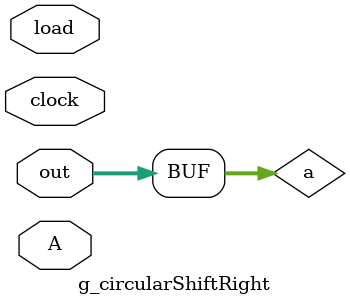
<source format=v>
`timescale 1ns / 1ps
module g_circularShiftRight(input [3:0] A,out,input load,clock);
    reg [3:0] a;
    reg temp;
    always @(posedge clock)
    begin
    if(load) 
    a <=A;
    else
     begin 
     temp=a[0];
     a[0]<=a[1];
     a[1]<=a[2];
     a[2]<=a[3];
     a[3]=temp;
     end
end
 assign out = a;
endmodule

</source>
